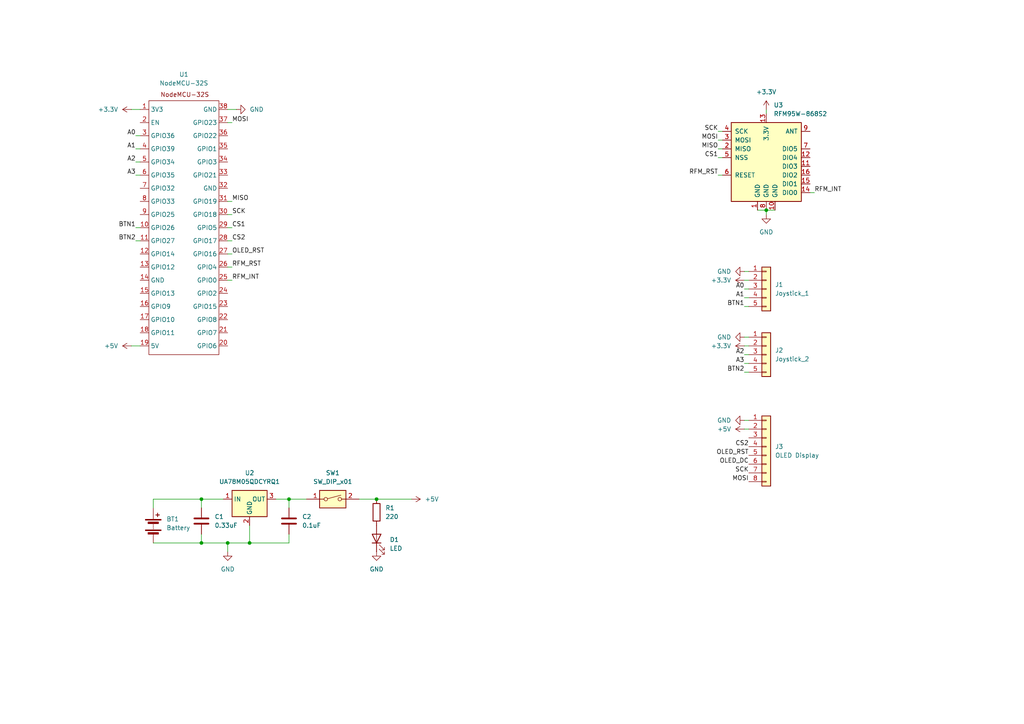
<source format=kicad_sch>
(kicad_sch (version 20250114) (generator "eeschema") (generator_version "9.0")
  (paper "A4")
  (lib_symbols
    (symbol "Connector_Generic:Conn_01x05" (pin_names (offset 1.016) (hide yes))
      (property "Reference" "J" (at 0 7.62 0))
      (property "Value" "Conn_01x05" (at 0 -7.62 0))
      (symbol "Conn_01x05_1_1"
        (rectangle (start -1.27 6.35) (end 1.27 -6.35) (stroke (width 0.254)) (fill (type background)))
        (rectangle (start -1.27 5.207) (end 0 4.953) (stroke (width 0.1524)))
        (rectangle (start -1.27 2.667) (end 0 2.413) (stroke (width 0.1524)))
        (rectangle (start -1.27 0.127) (end 0 -0.127) (stroke (width 0.1524)))
        (rectangle (start -1.27 -2.413) (end 0 -2.667) (stroke (width 0.1524)))
        (rectangle (start -1.27 -4.953) (end 0 -5.207) (stroke (width 0.1524)))
        (pin passive line (at -5.08 5.08 0) (length 3.81) (name "Pin_1") (number "1"))
        (pin passive line (at -5.08 2.54 0) (length 3.81) (name "Pin_2") (number "2"))
        (pin passive line (at -5.08 0 0) (length 3.81) (name "Pin_3") (number "3"))
        (pin passive line (at -5.08 -2.54 0) (length 3.81) (name "Pin_4") (number "4"))
        (pin passive line (at -5.08 -5.08 0) (length 3.81) (name "Pin_5") (number "5"))
      )
    )
    (symbol "Connector_Generic:Conn_01x08" (pin_names (offset 1.016) (hide yes))
      (property "Reference" "J" (at 0 10.16 0))
      (property "Value" "Conn_01x08" (at 0 -12.7 0))
      (symbol "Conn_01x08_1_1"
        (rectangle (start -1.27 8.89) (end 1.27 -11.43) (stroke (width 0.254)) (fill (type background)))
        (rectangle (start -1.27 7.747) (end 0 7.493) (stroke (width 0.1524)))
        (rectangle (start -1.27 5.207) (end 0 4.953) (stroke (width 0.1524)))
        (rectangle (start -1.27 2.667) (end 0 2.413) (stroke (width 0.1524)))
        (rectangle (start -1.27 0.127) (end 0 -0.127) (stroke (width 0.1524)))
        (rectangle (start -1.27 -2.413) (end 0 -2.667) (stroke (width 0.1524)))
        (rectangle (start -1.27 -4.953) (end 0 -5.207) (stroke (width 0.1524)))
        (rectangle (start -1.27 -7.493) (end 0 -7.747) (stroke (width 0.1524)))
        (rectangle (start -1.27 -10.033) (end 0 -10.287) (stroke (width 0.1524)))
        (pin passive line (at -5.08 7.62 0) (length 3.81) (name "Pin_1") (number "1"))
        (pin passive line (at -5.08 5.08 0) (length 3.81) (name "Pin_2") (number "2"))
        (pin passive line (at -5.08 2.54 0) (length 3.81) (name "Pin_3") (number "3"))
        (pin passive line (at -5.08 0 0) (length 3.81) (name "Pin_4") (number "4"))
        (pin passive line (at -5.08 -2.54 0) (length 3.81) (name "Pin_5") (number "5"))
        (pin passive line (at -5.08 -5.08 0) (length 3.81) (name "Pin_6") (number "6"))
        (pin passive line (at -5.08 -7.62 0) (length 3.81) (name "Pin_7") (number "7"))
        (pin passive line (at -5.08 -10.16 0) (length 3.81) (name "Pin_8") (number "8"))
      )
    )
    (symbol "Device:Battery" (pin_numbers (hide yes)) (pin_names (offset 0) (hide yes))
      (property "Reference" "BT" (at 2.54 2.54 0))
      (property "Value" "Battery" (at 2.54 0 0))
      (symbol "Battery_0_1"
        (rectangle (start -2.286 1.778) (end 2.286 1.524) (fill (type outline)))
        (rectangle (start -2.286 -1.27) (end 2.286 -1.524) (fill (type outline)))
        (rectangle (start -1.524 1.016) (end 1.524 0.508) (fill (type outline)))
        (rectangle (start -1.524 -2.032) (end 1.524 -2.54) (fill (type outline)))
        (polyline (pts (xy 0 1.778) (xy 0 2.54)))
        (polyline (pts (xy 0 0) (xy 0 0.254)))
        (polyline (pts (xy 0 -0.508) (xy 0 -0.254)))
        (polyline (pts (xy 0 -1.016) (xy 0 -0.762)))
        (polyline (pts (xy 0.762 3.048) (xy 1.778 3.048)) (stroke (width 0.254)))
        (polyline (pts (xy 1.27 3.556) (xy 1.27 2.54)) (stroke (width 0.254)))
      )
      (symbol "Battery_1_1"
        (pin passive line (at 0 5.08 270) (length 2.54) (name "+") (number "1"))
        (pin passive line (at 0 -5.08 90) (length 2.54) (name "-") (number "2"))
      )
    )
    (symbol "Device:C" (pin_numbers (hide yes)) (pin_names (offset 0.254))
      (property "Reference" "C" (at 0.635 2.54 0))
      (property "Value" "C" (at 0.635 -2.54 0))
      (symbol "C_0_1"
        (polyline (pts (xy -2.032 0.762) (xy 2.032 0.762)) (stroke (width 0.508)))
        (polyline (pts (xy -2.032 -0.762) (xy 2.032 -0.762)) (stroke (width 0.508)))
      )
      (symbol "C_1_1"
        (pin passive line (at 0 3.81 270) (length 2.794) (name "~") (number "1"))
        (pin passive line (at 0 -3.81 90) (length 2.794) (name "~") (number "2"))
      )
    )
    (symbol "Device:LED" (pin_numbers (hide yes)) (pin_names (offset 1.016) (hide yes))
      (property "Reference" "D" (at 0 2.54 0))
      (property "Value" "LED" (at 0 -2.54 0))
      (symbol "LED_0_1"
        (polyline (pts (xy -3.048 -0.762) (xy -4.572 -2.286) (xy -3.81 -2.286) (xy -4.572 -2.286) (xy -4.572 -1.524)))
        (polyline (pts (xy -1.778 -0.762) (xy -3.302 -2.286) (xy -2.54 -2.286) (xy -3.302 -2.286) (xy -3.302 -1.524)))
        (polyline (pts (xy -1.27 0) (xy 1.27 0)))
        (polyline (pts (xy -1.27 -1.27) (xy -1.27 1.27)) (stroke (width 0.254)))
        (polyline (pts (xy 1.27 -1.27) (xy 1.27 1.27) (xy -1.27 0) (xy 1.27 -1.27)) (stroke (width 0.254)))
      )
      (symbol "LED_1_1"
        (pin passive line (at -3.81 0 0) (length 2.54) (name "K") (number "1"))
        (pin passive line (at 3.81 0 180) (length 2.54) (name "A") (number "2"))
      )
    )
    (symbol "Device:R" (pin_numbers (hide yes)) (pin_names (offset 0))
      (property "Reference" "R" (at 2.032 0 90))
      (property "Value" "R" (at 0 0 90))
      (symbol "R_0_1"
        (rectangle (start -1.016 -2.54) (end 1.016 2.54) (stroke (width 0.254)))
      )
      (symbol "R_1_1"
        (pin passive line (at 0 3.81 270) (length 1.27) (name "~") (number "1"))
        (pin passive line (at 0 -3.81 90) (length 1.27) (name "~") (number "2"))
      )
    )
    (symbol "RF_Module:RFM95W-868S2" (pin_names (offset 1.016))
      (property "Reference" "U" (at -10.414 11.684 0))
      (property "Value" "RFM95W-868S2" (at 1.524 11.43 0))
      (symbol "RFM95W-868S2_0_1"
        (rectangle (start -10.16 10.16) (end 10.16 -12.7) (stroke (width 0.254)) (fill (type background)))
      )
      (symbol "RFM95W-868S2_1_1"
        (pin input line (at -12.7 7.62 0) (length 2.54) (name "SCK") (number "4"))
        (pin input line (at -12.7 5.08 0) (length 2.54) (name "MOSI") (number "3"))
        (pin output line (at -12.7 2.54 0) (length 2.54) (name "MISO") (number "2"))
        (pin input line (at -12.7 0 0) (length 2.54) (name "NSS") (number "5"))
        (pin bidirectional line (at -12.7 -5.08 0) (length 2.54) (name "RESET") (number "6"))
        (pin power_in line (at -2.54 -15.24 90) (length 2.54) (name "GND") (number "1"))
        (pin power_in line (at 0 12.7 270) (length 2.54) (name "3.3V") (number "13"))
        (pin power_in line (at 0 -15.24 90) (length 2.54) (name "GND") (number "8"))
        (pin power_in line (at 2.54 -15.24 90) (length 2.54) (name "GND") (number "10"))
        (pin bidirectional line (at 12.7 7.62 180) (length 2.54) (name "ANT") (number "9"))
        (pin bidirectional line (at 12.7 2.54 180) (length 2.54) (name "DIO5") (number "7"))
        (pin bidirectional line (at 12.7 0 180) (length 2.54) (name "DIO4") (number "12"))
        (pin bidirectional line (at 12.7 -2.54 180) (length 2.54) (name "DIO3") (number "11"))
        (pin bidirectional line (at 12.7 -5.08 180) (length 2.54) (name "DIO2") (number "16"))
        (pin bidirectional line (at 12.7 -7.62 180) (length 2.54) (name "DIO1") (number "15"))
        (pin bidirectional line (at 12.7 -10.16 180) (length 2.54) (name "DIO0") (number "14"))
      )
    )
    (symbol "Regulator_Linear:UA78M05QDCYRQ1"
      (property "Reference" "U" (at -3.81 3.81 0))
      (property "Value" "UA78M05QDCYRQ1" (at 0 3.81 0))
      (symbol "UA78M05QDCYRQ1_0_1"
        (rectangle (start -5.08 2.54) (end 5.08 -5.08) (stroke (width 0.254)) (fill (type background)))
      )
      (symbol "UA78M05QDCYRQ1_1_1"
        (pin power_in line (at -7.62 0 0) (length 2.54) (name "IN") (number "1"))
        (pin power_in line (at 0 -7.62 90) (length 2.54) (name "GND") (number "2"))
        (pin power_out line (at 7.62 0 180) (length 2.54) (name "OUT") (number "3"))
      )
    )
    (symbol "Switch:SW_DIP_x01" (pin_names (offset 0) (hide yes))
      (property "Reference" "SW" (at 0 3.81 0))
      (property "Value" "SW_DIP_x01" (at 0 -3.81 0))
      (symbol "SW_DIP_x01_0_0"
        (circle (center -2.032 0) (radius 0.508))
        (polyline (pts (xy -1.524 0.127) (xy 2.3622 1.1684)))
        (circle (center 2.032 0) (radius 0.508))
      )
      (symbol "SW_DIP_x01_0_1"
        (rectangle (start -3.81 2.54) (end 3.81 -2.54) (stroke (width 0.254)) (fill (type background)))
      )
      (symbol "SW_DIP_x01_1_1"
        (pin passive line (at -7.62 0 0) (length 5.08) (name "~") (number "1"))
        (pin passive line (at 7.62 0 180) (length 5.08) (name "~") (number "2"))
      )
    )
    (symbol "controller-library:NodeMCU-32S"
      (property "Reference" "U" (at 0 0 0))
      (symbol "NodeMCU-32S_0_1"
        (rectangle (start -10.16 -3.81) (end 10.16 -77.47))
      )
      (symbol "NodeMCU-32S_1_1"
        (text "NodeMCU-32S" (at 0.254 -2.032 0) (effects (font (size 1.27 1.27))))
        (pin output line (at -12.7 -6.35 0) (length 2.54) (name "3V3") (number "1"))
        (pin bidirectional line (at -12.7 -10.16 0) (length 2.54) (name "EN") (number "2"))
        (pin bidirectional line (at -12.7 -13.97 0) (length 2.54) (name "GPIO36") (number "3"))
        (pin bidirectional line (at -12.7 -17.78 0) (length 2.54) (name "GPIO39") (number "4"))
        (pin bidirectional line (at -12.7 -21.59 0) (length 2.54) (name "GPIO34") (number "5"))
        (pin bidirectional line (at -12.7 -25.4 0) (length 2.54) (name "GPIO35") (number "6"))
        (pin bidirectional line (at -12.7 -29.21 0) (length 2.54) (name "GPIO32") (number "7"))
        (pin bidirectional line (at -12.7 -33.02 0) (length 2.54) (name "GPIO33") (number "8"))
        (pin bidirectional line (at -12.7 -36.83 0) (length 2.54) (name "GPIO25") (number "9"))
        (pin bidirectional line (at -12.7 -40.64 0) (length 2.54) (name "GPIO26") (number "10"))
        (pin bidirectional line (at -12.7 -44.45 0) (length 2.54) (name "GPIO27") (number "11"))
        (pin bidirectional line (at -12.7 -48.26 0) (length 2.54) (name "GPIO14") (number "12"))
        (pin bidirectional line (at -12.7 -52.07 0) (length 2.54) (name "GPIO12") (number "13"))
        (pin bidirectional line (at -12.7 -55.88 0) (length 2.54) (name "GND") (number "14"))
        (pin bidirectional line (at -12.7 -59.69 0) (length 2.54) (name "GPIO13") (number "15"))
        (pin bidirectional line (at -12.7 -63.5 0) (length 2.54) (name "GPIO9") (number "16"))
        (pin bidirectional line (at -12.7 -67.31 0) (length 2.54) (name "GPIO10") (number "17"))
        (pin bidirectional line (at -12.7 -71.12 0) (length 2.54) (name "GPIO11") (number "18"))
        (pin bidirectional line (at -12.7 -74.93 0) (length 2.54) (name "5V") (number "19"))
        (pin bidirectional line (at 12.7 -6.35 180) (length 2.54) (name "GND") (number "38"))
        (pin bidirectional line (at 12.7 -10.16 180) (length 2.54) (name "GPIO23") (number "37"))
        (pin bidirectional line (at 12.7 -13.97 180) (length 2.54) (name "GPIO22") (number "36"))
        (pin bidirectional line (at 12.7 -17.78 180) (length 2.54) (name "GPIO1") (number "35"))
        (pin bidirectional line (at 12.7 -21.59 180) (length 2.54) (name "GPIO3") (number "34"))
        (pin bidirectional line (at 12.7 -25.4 180) (length 2.54) (name "GPIO21") (number "33"))
        (pin bidirectional line (at 12.7 -29.21 180) (length 2.54) (name "GND") (number "32"))
        (pin bidirectional line (at 12.7 -33.02 180) (length 2.54) (name "GPIO19") (number "31"))
        (pin bidirectional line (at 12.7 -36.83 180) (length 2.54) (name "GPIO18") (number "30"))
        (pin bidirectional line (at 12.7 -40.64 180) (length 2.54) (name "GPIO5") (number "29"))
        (pin bidirectional line (at 12.7 -44.45 180) (length 2.54) (name "GPIO17") (number "28"))
        (pin bidirectional line (at 12.7 -48.26 180) (length 2.54) (name "GPIO16") (number "27"))
        (pin bidirectional line (at 12.7 -52.07 180) (length 2.54) (name "GPIO4") (number "26"))
        (pin bidirectional line (at 12.7 -55.88 180) (length 2.54) (name "GPIO0") (number "25"))
        (pin bidirectional line (at 12.7 -59.69 180) (length 2.54) (name "GPIO2") (number "24"))
        (pin bidirectional line (at 12.7 -63.5 180) (length 2.54) (name "GPIO15") (number "23"))
        (pin bidirectional line (at 12.7 -67.31 180) (length 2.54) (name "GPIO8") (number "22"))
        (pin bidirectional line (at 12.7 -71.12 180) (length 2.54) (name "GPIO7") (number "21"))
        (pin bidirectional line (at 12.7 -74.93 180) (length 2.54) (name "GPIO6") (number "20"))
      )
    )
    (symbol "power:+3.3V" (power) (pin_numbers (hide yes)) (pin_names (offset 0) (hide yes))
      (property "Value" "+3.3V" (at 0 3.556 0))
      (symbol "+3.3V_0_1"
        (polyline (pts (xy -0.762 1.27) (xy 0 2.54)))
        (polyline (pts (xy 0 2.54) (xy 0.762 1.27)))
        (polyline (pts (xy 0 0) (xy 0 2.54)))
      )
      (symbol "+3.3V_1_1"
        (pin power_in line (at 0 0 90) (length 0) (name "~") (number "1"))
      )
    )
    (symbol "power:+5V" (power) (pin_numbers (hide yes)) (pin_names (offset 0) (hide yes))
      (property "Value" "+5V" (at 0 3.556 0))
      (symbol "+5V_0_1"
        (polyline (pts (xy -0.762 1.27) (xy 0 2.54)))
        (polyline (pts (xy 0 2.54) (xy 0.762 1.27)))
        (polyline (pts (xy 0 0) (xy 0 2.54)))
      )
      (symbol "+5V_1_1"
        (pin power_in line (at 0 0 90) (length 0) (name "~") (number "1"))
      )
    )
    (symbol "power:GND" (power) (pin_numbers (hide yes)) (pin_names (offset 0) (hide yes))
      (property "Value" "GND" (at 0 -3.81 0))
      (symbol "GND_0_1"
        (polyline (pts (xy 0 0) (xy 0 -1.27) (xy 1.27 -1.27) (xy 0 -2.54) (xy -1.27 -1.27) (xy 0 -1.27)))
      )
      (symbol "GND_1_1"
        (pin power_in line (at 0 0 270) (length 0) (name "~") (number "1"))
      )
    )
  )
  (junction (at 58.42 157.48))
  (junction (at 83.82 144.78))
  (junction (at 66.04 157.48))
  (junction (at 58.42 144.78))
  (junction (at 222.25 60.96))
  (junction (at 72.39 157.48))
  (junction (at 109.22 144.78))
  (wire (pts (xy 58.42 157.48) (xy 66.04 157.48)))
  (wire (pts (xy 215.9 124.46) (xy 217.17 124.46)))
  (wire (pts (xy 208.28 38.1) (xy 209.55 38.1)))
  (wire (pts (xy 119.38 144.78) (xy 109.22 144.78)))
  (wire (pts (xy 222.25 60.96) (xy 224.79 60.96)))
  (wire (pts (xy 215.9 88.9) (xy 217.17 88.9)))
  (wire (pts (xy 39.37 69.85) (xy 40.64 69.85)))
  (wire (pts (xy 66.04 66.04) (xy 67.31 66.04)))
  (wire (pts (xy 215.9 97.79) (xy 217.17 97.79)))
  (wire (pts (xy 208.28 40.64) (xy 209.55 40.64)))
  (wire (pts (xy 44.45 144.78) (xy 58.42 144.78)))
  (wire (pts (xy 44.45 157.48) (xy 58.42 157.48)))
  (wire (pts (xy 219.71 60.96) (xy 222.25 60.96)))
  (wire (pts (xy 215.9 78.74) (xy 217.17 78.74)))
  (wire (pts (xy 39.37 50.8) (xy 40.64 50.8)))
  (wire (pts (xy 58.42 144.78) (xy 58.42 147.32)))
  (wire (pts (xy 66.04 160.02) (xy 66.04 157.48)))
  (wire (pts (xy 58.42 154.94) (xy 58.42 157.48)))
  (wire (pts (xy 234.95 55.88) (xy 236.22 55.88)))
  (wire (pts (xy 66.04 62.23) (xy 67.31 62.23)))
  (wire (pts (xy 66.04 35.56) (xy 67.31 35.56)))
  (wire (pts (xy 83.82 157.48) (xy 83.82 154.94)))
  (wire (pts (xy 66.04 81.28) (xy 67.31 81.28)))
  (wire (pts (xy 72.39 152.4) (xy 72.39 157.48)))
  (wire (pts (xy 215.9 102.87) (xy 217.17 102.87)))
  (wire (pts (xy 222.25 62.23) (xy 222.25 60.96)))
  (wire (pts (xy 215.9 83.82) (xy 217.17 83.82)))
  (wire (pts (xy 215.9 86.36) (xy 217.17 86.36)))
  (wire (pts (xy 58.42 144.78) (xy 64.77 144.78)))
  (wire (pts (xy 83.82 144.78) (xy 88.9 144.78)))
  (wire (pts (xy 67.31 73.66) (xy 66.04 73.66)))
  (wire (pts (xy 66.04 69.85) (xy 67.31 69.85)))
  (wire (pts (xy 40.64 100.33) (xy 38.1 100.33)))
  (wire (pts (xy 208.28 43.18) (xy 209.55 43.18)))
  (wire (pts (xy 215.9 100.33) (xy 217.17 100.33)))
  (wire (pts (xy 66.04 31.75) (xy 68.58 31.75)))
  (wire (pts (xy 39.37 43.18) (xy 40.64 43.18)))
  (wire (pts (xy 109.22 144.78) (xy 104.14 144.78)))
  (wire (pts (xy 67.31 58.42) (xy 66.04 58.42)))
  (wire (pts (xy 215.9 81.28) (xy 217.17 81.28)))
  (wire (pts (xy 67.31 77.47) (xy 66.04 77.47)))
  (wire (pts (xy 80.01 144.78) (xy 83.82 144.78)))
  (wire (pts (xy 215.9 107.95) (xy 217.17 107.95)))
  (wire (pts (xy 215.9 121.92) (xy 217.17 121.92)))
  (wire (pts (xy 215.9 105.41) (xy 217.17 105.41)))
  (wire (pts (xy 66.04 157.48) (xy 72.39 157.48)))
  (wire (pts (xy 39.37 46.99) (xy 40.64 46.99)))
  (wire (pts (xy 39.37 66.04) (xy 40.64 66.04)))
  (wire (pts (xy 44.45 147.32) (xy 44.45 144.78)))
  (wire (pts (xy 222.25 31.75) (xy 222.25 33.02)))
  (wire (pts (xy 39.37 39.37) (xy 40.64 39.37)))
  (wire (pts (xy 40.64 31.75) (xy 38.1 31.75)))
  (wire (pts (xy 72.39 157.48) (xy 83.82 157.48)))
  (wire (pts (xy 208.28 45.72) (xy 209.55 45.72)))
  (wire (pts (xy 83.82 144.78) (xy 83.82 147.32)))
  (wire (pts (xy 208.28 50.8) (xy 209.55 50.8)))
  (label "A3" (at 215.9 105.41 180))
  (label "BTN1" (at 39.37 66.04 180))
  (label "MOSI" (at 208.28 40.64 180))
  (label "RFM_INT" (at 236.22 55.88 0))
  (label "RFM_INT" (at 67.31 81.28 0))
  (label "MOSI" (at 67.31 35.56 0))
  (label "OLED_RST" (at 217.17 132.08 180))
  (label "A2" (at 39.37 46.99 180))
  (label "OLED_DC" (at 217.17 134.62 180))
  (label "MISO" (at 67.31 58.42 0))
  (label "MOSI" (at 217.17 139.7 180))
  (label "SCK" (at 217.17 137.16 180))
  (label "RFM_RST" (at 67.31 77.47 0))
  (label "A0" (at 215.9 83.82 180))
  (label "MISO" (at 208.28 43.18 180))
  (label "BTN2" (at 215.9 107.95 180))
  (label "A0" (at 39.37 39.37 180))
  (label "CS2" (at 217.17 129.54 180))
  (label "RFM_RST" (at 208.28 50.8 180))
  (label "A2" (at 215.9 102.87 180))
  (label "A1" (at 39.37 43.18 180))
  (label "CS1" (at 208.28 45.72 180))
  (label "SCK" (at 67.31 62.23 0))
  (label "CS2" (at 67.31 69.85 0))
  (label "A3" (at 39.37 50.8 180))
  (label "BTN2" (at 39.37 69.85 180))
  (label "CS1" (at 67.31 66.04 0))
  (label "OLED_RST" (at 67.31 73.66 0))
  (label "SCK" (at 208.28 38.1 180))
  (label "BTN1" (at 215.9 88.9 180))
  (label "A1" (at 215.9 86.36 180))
  (symbol (lib_id "power:GND") (at 215.9 78.74 270) (unit 1)
    (property "Reference" "#PWR09" (effects (hide yes)))
    (property "Value" "GND" (at 212.09 78.7399 90) (effects (justify right)))
    (property "Description" "Power symbol creates a global label with name \"GND\" , ground" (effects (hide yes)))
  )
  (symbol (lib_id "power:GND") (at 215.9 121.92 270) (unit 1)
    (property "Reference" "#PWR011" (effects (hide yes)))
    (property "Value" "GND" (at 212.09 121.9199 90) (effects (justify right)))
    (property "Description" "Power symbol creates a global label with name \"GND\" , ground" (effects (hide yes)))
  )
  (symbol (lib_id "Connector_Generic:Conn_01x08") (at 222.25 129.54 0) (unit 1)
    (property "Reference" "J3" (at 224.79 129.5399 0) (effects (justify left)))
    (property "Value" "OLED Display" (at 224.79 132.0799 0) (effects (justify left)))
    (property "Footprint" "Connector_PinHeader_2.54mm:PinHeader_1x08_P2.54mm_Vertical" (effects (hide yes)))
    (property "Description" "Generic connector, single row, 01x08, script generated (kicad-library-utils/schlib/autogen/connector/)" (effects (hide yes)))
  )
  (symbol (lib_id "Device:Battery") (at 44.45 152.4 0) (unit 1)
    (property "Reference" "BT1" (at 48.26 150.5584 0) (effects (justify left)))
    (property "Value" "Battery" (at 48.26 153.0984 0) (effects (justify left)))
    (property "Footprint" "Connector_PinHeader_2.54mm:PinHeader_1x02_P2.54mm_Vertical" (effects (hide yes)))
    (property "Description" "Multiple-cell battery" (effects (hide yes)))
    (property "Sim.Device" "V" (effects (hide yes)))
    (property "Sim.Type" "DC" (effects (hide yes)))
    (property "Sim.Pins" "1=+ 2=-" (effects (hide yes)))
  )
  (symbol (lib_id "power:GND") (at 222.25 62.23 0) (unit 1)
    (property "Reference" "#PWR013" (effects (hide yes)))
    (property "Value" "GND" (at 222.25 67.31 0))
    (property "Description" "Power symbol creates a global label with name \"GND\" , ground" (effects (hide yes)))
  )
  (symbol (lib_id "power:+5V") (at 215.9 124.46 90) (unit 1)
    (property "Reference" "#PWR012" (effects (hide yes)))
    (property "Value" "+5V" (at 212.09 124.4599 90) (effects (justify left)))
    (property "Description" "Power symbol creates a global label with name \"+5V\"" (effects (hide yes)))
  )
  (symbol (lib_id "power:GND") (at 66.04 160.02 0) (unit 1)
    (property "Reference" "#PWR01" (effects (hide yes)))
    (property "Value" "GND" (at 66.04 165.1 0))
    (property "Description" "Power symbol creates a global label with name \"GND\" , ground" (effects (hide yes)))
  )
  (symbol (lib_id "Regulator_Linear:UA78M05QDCYRQ1") (at 72.39 144.78 0) (unit 1)
    (property "Reference" "U2" (at 72.39 137.16 0))
    (property "Value" "UA78M05QDCYRQ1" (at 72.39 139.7 0))
    (property "Footprint" "Package_TO_SOT_SMD:SOT-223-3_TabPin2" (effects (hide yes)))
    (property "Datasheet" "https://www.ti.com/lit/gpn/UA78M-Q1" (effects (hide yes)))
    (property "Description" "Positive 500mA 25V Linear Regulator, Fixed Output 5V, SOT-223" (effects (hide yes)))
  )
  (symbol (lib_id "Device:C") (at 58.42 151.13 0) (unit 1)
    (property "Reference" "C1" (at 62.23 149.8599 0) (effects (justify left)))
    (property "Value" "0.33uF" (at 62.23 152.3999 0) (effects (justify left)))
    (property "Footprint" "Capacitor_SMD:C_0603_1608Metric_Pad1.08x0.95mm_HandSolder" (effects (hide yes)))
    (property "Description" "Unpolarized capacitor" (effects (hide yes)))
  )
  (symbol (lib_id "Switch:SW_DIP_x01") (at 96.52 144.78 0) (unit 1)
    (property "Reference" "SW1" (at 96.52 137.16 0))
    (property "Value" "SW_DIP_x01" (at 96.52 139.7 0))
    (property "Footprint" "Connector_PinHeader_2.54mm:PinHeader_1x02_P2.54mm_Vertical" (effects (hide yes)))
    (property "Description" "1x DIP Switch, Single Pole Single Throw (SPST) switch, small symbol" (effects (hide yes)))
  )
  (symbol (lib_id "Device:R") (at 109.22 148.59 0) (unit 1)
    (property "Reference" "R1" (at 111.76 147.3199 0) (effects (justify left)))
    (property "Value" "220" (at 111.76 149.8599 0) (effects (justify left)))
    (property "Footprint" "Resistor_SMD:R_0603_1608Metric_Pad0.98x0.95mm_HandSolder" (effects (hide yes)))
    (property "Description" "Resistor" (effects (hide yes)))
  )
  (symbol (lib_id "power:GND") (at 68.58 31.75 90) (unit 1)
    (property "Reference" "#PWR04" (effects (hide yes)))
    (property "Value" "GND" (at 72.39 31.7499 90) (effects (justify right)))
    (property "Description" "Power symbol creates a global label with name \"GND\" , ground" (effects (hide yes)))
  )
  (symbol (lib_id "power:GND") (at 109.22 160.02 0) (unit 1)
    (property "Reference" "#PWR014" (effects (hide yes)))
    (property "Value" "GND" (at 109.22 165.1 0))
    (property "Description" "Power symbol creates a global label with name \"GND\" , ground" (effects (hide yes)))
  )
  (symbol (lib_id "power:+3.3V") (at 215.9 81.28 90) (unit 1)
    (property "Reference" "#PWR07" (effects (hide yes)))
    (property "Value" "+3.3V" (at 212.09 81.2799 90) (effects (justify left)))
    (property "Description" "Power symbol creates a global label with name \"+3.3V\"" (effects (hide yes)))
  )
  (symbol (lib_id "Connector_Generic:Conn_01x05") (at 222.25 102.87 0) (unit 1)
    (property "Reference" "J2" (at 224.79 101.5999 0) (effects (justify left)))
    (property "Value" "Joystick_2" (at 224.79 104.1399 0) (effects (justify left)))
    (property "Footprint" "Connector_PinHeader_2.54mm:PinHeader_1x05_P2.54mm_Vertical" (effects (hide yes)))
    (property "Description" "Generic connector, single row, 01x05, script generated (kicad-library-utils/schlib/autogen/connector/)" (effects (hide yes)))
  )
  (symbol (lib_id "power:+3.3V") (at 38.1 31.75 90) (unit 1)
    (property "Reference" "#PWR05" (effects (hide yes)))
    (property "Value" "+3.3V" (at 34.29 31.7501 90) (effects (justify left)))
    (property "Description" "Power symbol creates a global label with name \"+3.3V\"" (effects (hide yes)))
  )
  (symbol (lib_id "power:+3.3V") (at 222.25 31.75 0) (unit 1)
    (property "Reference" "#PWR06" (effects (hide yes)))
    (property "Value" "+3.3V" (at 222.25 26.67 0))
    (property "Description" "Power symbol creates a global label with name \"+3.3V\"" (effects (hide yes)))
  )
  (symbol (lib_id "Connector_Generic:Conn_01x05") (at 222.25 83.82 0) (unit 1)
    (property "Reference" "J1" (at 224.79 82.5499 0) (effects (justify left)))
    (property "Value" "Joystick_1" (at 224.79 85.0899 0) (effects (justify left)))
    (property "Footprint" "Connector_PinHeader_2.54mm:PinHeader_1x05_P2.54mm_Vertical" (effects (hide yes)))
    (property "Description" "Generic connector, single row, 01x05, script generated (kicad-library-utils/schlib/autogen/connector/)" (effects (hide yes)))
  )
  (symbol (lib_id "power:GND") (at 215.9 97.79 270) (unit 1)
    (property "Reference" "#PWR010" (effects (hide yes)))
    (property "Value" "GND" (at 212.09 97.7899 90) (effects (justify right)))
    (property "Description" "Power symbol creates a global label with name \"GND\" , ground" (effects (hide yes)))
  )
  (symbol (lib_id "Device:LED") (at 109.22 156.21 90) (unit 1)
    (property "Reference" "D1" (at 113.03 156.5274 90) (effects (justify right)))
    (property "Value" "LED" (at 113.03 159.0674 90) (effects (justify right)))
    (property "Footprint" "LED_THT:LED_D5.0mm" (effects (hide yes)))
    (property "Description" "Light emitting diode" (effects (hide yes)))
    (property "Sim.Pins" "1=K 2=A" (effects (hide yes)))
  )
  (symbol (lib_id "power:+5V") (at 38.1 100.33 90) (unit 1)
    (property "Reference" "#PWR03" (effects (hide yes)))
    (property "Value" "+5V" (at 34.29 100.3301 90) (effects (justify left)))
    (property "Description" "Power symbol creates a global label with name \"+5V\"" (effects (hide yes)))
  )
  (symbol (lib_id "power:+3.3V") (at 215.9 100.33 90) (unit 1)
    (property "Reference" "#PWR08" (effects (hide yes)))
    (property "Value" "+3.3V" (at 212.09 100.3299 90) (effects (justify left)))
    (property "Description" "Power symbol creates a global label with name \"+3.3V\"" (effects (hide yes)))
  )
  (symbol (lib_id "RF_Module:RFM95W-868S2") (at 222.25 45.72 0) (unit 1)
    (property "Reference" "U3" (at 224.3933 30.48 0) (effects (justify left)))
    (property "Value" "RFM95W-868S2" (at 224.3933 33.02 0) (effects (justify left)))
    (property "Footprint" "RF_Module:HOPERF_RFM9XW_THT" (effects (hide yes)))
    (property "Datasheet" "https://www.hoperf.com/data/upload/portal/20181127/5bfcbea20e9ef.pdf" (effects (hide yes)))
    (property "Description" "Low power long range transceiver module, SPI and parallel interface, 868 MHz, spreading factor 6 to12, bandwidth 7.8 to 500kHz, -111 to -148 dBm, SMD-16, DIP-16" (effects (hide yes)))
  )
  (symbol (lib_id "power:+5V") (at 119.38 144.78 270) (unit 1)
    (property "Reference" "#PWR02" (effects (hide yes)))
    (property "Value" "+5V" (at 123.19 144.7799 90) (effects (justify left)))
    (property "Description" "Power symbol creates a global label with name \"+5V\"" (effects (hide yes)))
  )
  (symbol (lib_id "Device:C") (at 83.82 151.13 0) (unit 1)
    (property "Reference" "C2" (at 87.63 149.8599 0) (effects (justify left)))
    (property "Value" "0.1uF" (at 87.63 152.3999 0) (effects (justify left)))
    (property "Footprint" "Capacitor_SMD:C_0603_1608Metric_Pad1.08x0.95mm_HandSolder" (effects (hide yes)))
    (property "Description" "Unpolarized capacitor" (effects (hide yes)))
  )
  (symbol (lib_id "controller-library:NodeMCU-32S") (at 53.34 25.4 0) (unit 1)
    (property "Reference" "U1" (at 53.34 21.59 0))
    (property "Value" "NodeMCU-32S" (at 53.34 24.13 0))
    (property "Footprint" "controller:NodeMCU-32S" (effects (hide yes)))
  )
)
</source>
